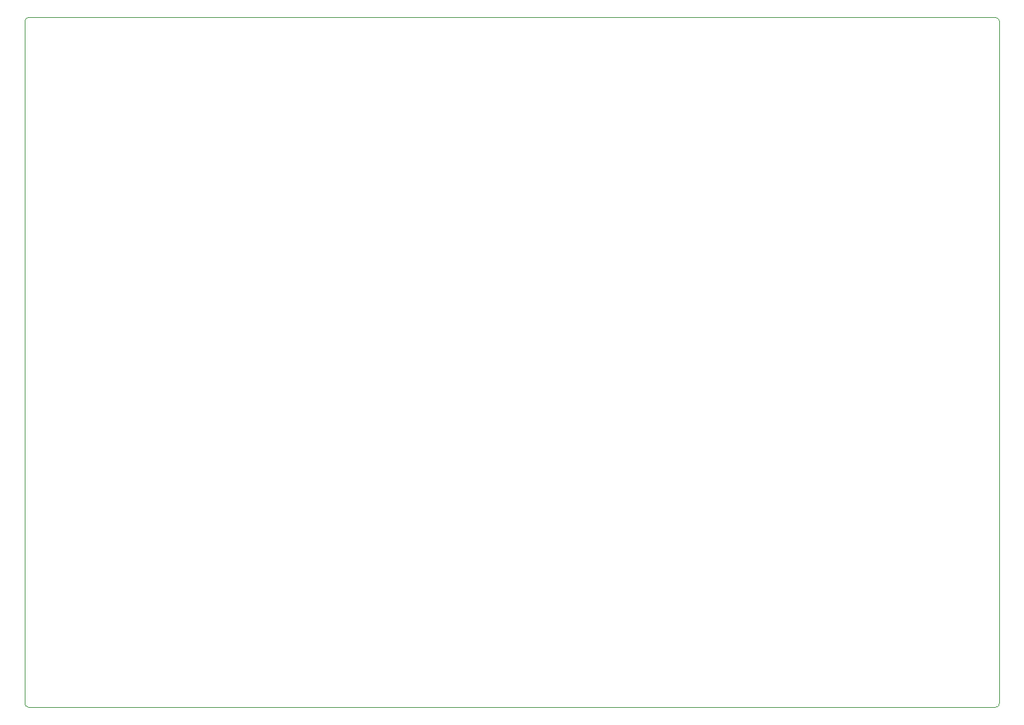
<source format=gbr>
G04 GENERATED BY PULSONIX 7.0 GERBER.DLL 4573*
%INHILLSTAR_95X60_4LAYER_EL_V1_0_2*%
%LNGERBER_BOARD*%
%FSLAX33Y33*%
%IPPOS*%
%LPD*%
%OFA0B0*%
%MOMM*%
%ADD346C,0.100*%
X0Y0D02*
D02*
D346*
X70791Y171556D02*
X189791D01*
G75*
G02X190291Y171056J-500*
G01*
Y87056*
G75*
G02X189791Y86556I-500*
G01*
X70791*
G75*
G02X70291Y87056J500*
G01*
Y171056*
G75*
G02X70791Y171556I500*
G01*
X0Y0D02*
M02*

</source>
